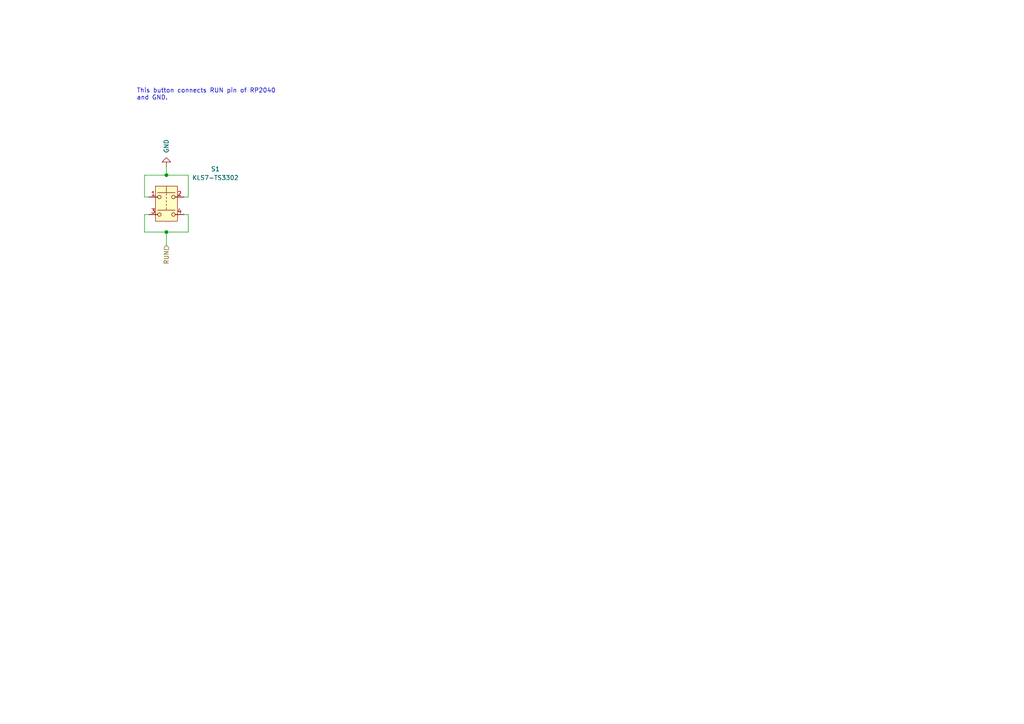
<source format=kicad_sch>
(kicad_sch (version 20250114) (generator "eeschema") (generator_version "9.0")
  (paper "A4")
  (title_block (title "FRANK M1") (date "2025-03-16") (rev "1.15") (company "Mikhail Matveev") (comment 1 "https://github.com/xtremespb/frank"))
  (lib_symbols
    (symbol "GND_1" (power) (pin_numbers (hide yes)) (pin_names (offset 0) (hide yes))
      (property "Value" "GND" (at 0 -3.81 0))
      (symbol "GND_1_0_1"
        (polyline (pts (xy 0 0) (xy 0 -1.27) (xy 1.27 -1.27) (xy 0 -2.54) (xy -1.27 -1.27) (xy 0 -1.27)))
      )
      (symbol "GND_1_1_1"
        (pin power_in line (at 0 0 270) (length 0) (name "~") (number "1"))
      )
    )
    (symbol "Switch:SW_Push_Dual" (pin_names (offset 1.016) (hide yes))
      (property "Reference" "SW" (at 0 7.62 0))
      (property "Value" "SW_Push_Dual" (at 0 -6.35 0))
      (symbol "SW_Push_Dual_0_1"
        (circle (center -2.032 2.54) (radius 0.508))
        (circle (center -2.032 -2.54) (radius 0.508))
        (polyline (pts (xy 0 3.81) (xy 0 5.588)))
        (polyline (pts (xy 0 3.048) (xy 0 3.556)))
        (polyline (pts (xy 0 2.032) (xy 0 2.54)))
        (polyline (pts (xy 0 1.016) (xy 0 1.524)))
        (polyline (pts (xy 0 0.508) (xy 0 0)))
        (polyline (pts (xy 0 -0.508) (xy 0 -1.016)))
        (circle (center 2.032 2.54) (radius 0.508))
        (circle (center 2.032 -2.54) (radius 0.508))
        (polyline (pts (xy 2.54 3.81) (xy -2.54 3.81)))
        (polyline (pts (xy 2.54 -1.27) (xy -2.54 -1.27)))
        (pin passive line (at -5.08 2.54 0) (length 2.54) (name "1") (number "1"))
        (pin passive line (at -5.08 -2.54 0) (length 2.54) (name "3") (number "3"))
        (pin passive line (at 5.08 2.54 180) (length 2.54) (name "2") (number "2"))
        (pin passive line (at 5.08 -2.54 180) (length 2.54) (name "4") (number "4"))
      )
      (symbol "SW_Push_Dual_1_1"
        (rectangle (start -3.175 5.715) (end 3.175 -4.445) (fill (type background)))
      )
    )
  )
  (text "This button connects RUN pin of RP2040\nand GND." (at 39.624 27.432 0) (effects (font (size 1.27 1.27)) (justify left)))
  (junction (at 48.26 50.8))
  (junction (at 48.26 67.31))
  (wire (pts (xy 41.91 62.23) (xy 43.18 62.23)))
  (wire (pts (xy 41.91 50.8) (xy 48.26 50.8)))
  (wire (pts (xy 41.91 50.8) (xy 41.91 57.15)))
  (wire (pts (xy 48.26 67.31) (xy 54.61 67.31)))
  (wire (pts (xy 41.91 67.31) (xy 48.26 67.31)))
  (wire (pts (xy 54.61 67.31) (xy 54.61 62.23)))
  (wire (pts (xy 48.26 48.26) (xy 48.26 50.8)))
  (wire (pts (xy 53.34 57.15) (xy 54.61 57.15)))
  (wire (pts (xy 54.61 50.8) (xy 54.61 57.15)))
  (wire (pts (xy 48.26 67.31) (xy 48.26 71.12)))
  (wire (pts (xy 41.91 67.31) (xy 41.91 62.23)))
  (wire (pts (xy 41.91 57.15) (xy 43.18 57.15)))
  (wire (pts (xy 48.26 50.8) (xy 54.61 50.8)))
  (wire (pts (xy 53.34 62.23) (xy 54.61 62.23)))
  (hierarchical_label "RUN" (shape input) (at 48.26 71.12 270))
  (symbol (lib_id "Switch:SW_Push_Dual") (at 48.26 59.69 0) (unit 1)
    (property "Reference" "S1" (at 62.484 49.022 0))
    (property "Value" "KLS7-TS3302" (at 62.484 51.562 0))
    (property "Footprint" "FRANK:Button (SMD, 3x3mm)" (effects (hide yes)))
    (property "Datasheet" "https://img.klsele.com/admin/product_upload/20150508135408KLS7-TS3302.pdf" (effects (hide yes)))
    (property "Description" "Push button switch, generic, symbol, four pins" (effects (hide yes)))
    (property "AliExpress" "https://www.aliexpress.com/item/1005007359248990.html" (effects (hide yes)))
  )
  (symbol (lib_name "GND_1") (lib_id "power:GND") (at 48.26 48.26 180) (unit 1)
    (property "Reference" "#PWR037" (effects (hide yes)))
    (property "Value" "GND" (at 48.2601 44.45 90) (effects (justify right)))
    (property "Description" "Power symbol creates a global label with name \"GND\" , ground" (effects (hide yes)))
  )
)
</source>
